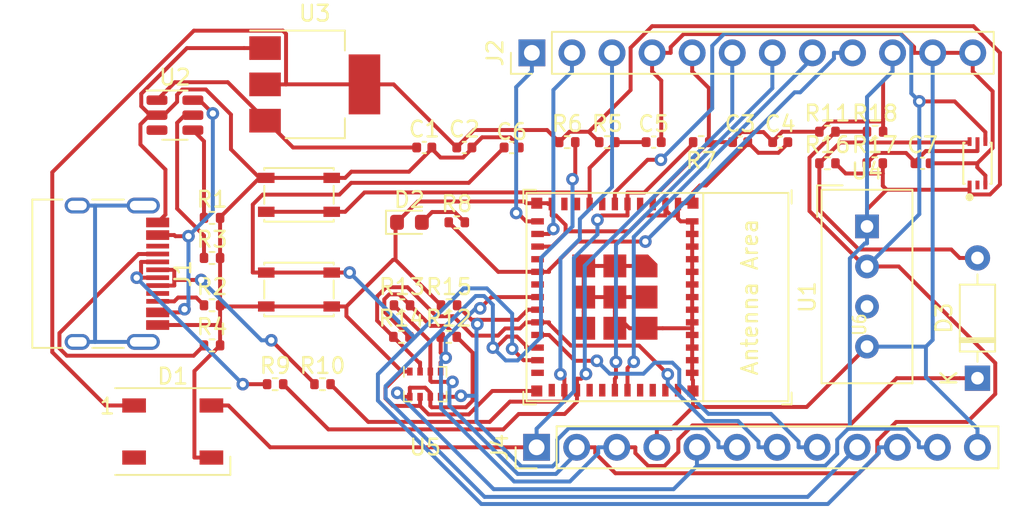
<source format=kicad_pcb>
(kicad_pcb (version 20221018) (generator pcbnew)
  (layers (0 "F.Cu" signal) (31 "B.Cu" signal) (34 "B.Paste" user) (35 "F.Paste" user) (36 "B.SilkS" user "B.Silkscreen") (37 "F.SilkS" user "F.Silkscreen") (38 "B.Mask" user) (39 "F.Mask" user) (44 "Edge.Cuts" user))
  (net 0 "")
  (net 1 "+5V")
  (net 2 "GND")
  (net 3 "3V3")
  (net 4 "Net-(U1-EN{slash}CHIP_PU)")
  (net 5 "IO9_BOOT")
  (net 6 "Net-(U6-DVI)")
  (net 8 "IO2")
  (net 9 "Net-(D2-A)")
  (net 10 "IO4_SCL")
  (net 11 "Net-(D3-A)")
  (net 12 "Net-(U2-VIN)")
  (net 13 "Net-(J1-CC1)")
  (net 14 "USBD+")
  (net 15 "USBD-")
  (net 17 "Net-(J1-CC2)")
  (net 19 "unconnected-(J1-SHIELD-PadS1)")
  (net 20 "IO0")
  (net 21 "IO1")
  (net 22 "IO18")
  (net 23 "IO19")
  (net 24 "IO20_RX")
  (net 25 "IO21_TX")
  (net 26 "IO10")
  (net 27 "IO3_SDA")
  (net 28 "IO5")
  (net 29 "IO6")
  (net 30 "IO7")
  (net 31 "IO8")
  (net 32 "Net-(U2-EN#)")
  (net 33 "Net-(U2-ISET)")
  (footprint "Connector_PinHeader_2.54mm:PinHeader_1x12_P2.54mm_Vertical" (layer "F.Cu") (at 178.06 93 90)
    (fp_text reference "J4")
    (fp_text value "Conn_01x12_Pin" hide)
  )
  (footprint "Resistor_SMD:R_0402_1005Metric" (layer "F.Cu") (at 180 73.66)
    (fp_text reference "R6")
    (fp_text value "10K" hide)
  )
  (footprint "Resistor_SMD:R_0402_1005Metric" (layer "F.Cu") (at 157.49 86.54)
    (fp_text reference "R4")
    (fp_text value "5.1K" hide)
  )
  (footprint "LED_SMD:LED_0603_1608Metric" (layer "F.Cu") (at 170 78.74)
    (fp_text reference "D2")
    (fp_text value "LED")
  )
  (footprint "Resistor_SMD:R_0402_1005Metric" (layer "F.Cu") (at 172.51 84)
    (fp_text reference "R15")
    (fp_text value "10K" hide)
  )
  (footprint "Resistor_SMD:R_0402_1005Metric" (layer "F.Cu") (at 169.49 86)
    (fp_text reference "R14")
    (fp_text value "10K" hide)
  )
  (footprint "Resistor_SMD:R_0402_1005Metric" (layer "F.Cu") (at 172.49 86)
    (fp_text reference "R12")
    (fp_text value "10K" hide)
  )
  (footprint "Resistor_SMD:R_0402_1005Metric" (layer "F.Cu") (at 196.49 75)
    (fp_text reference "R16")
    (fp_text value "10K" hide)
  )
  (footprint "Diode_THT:D_DO-35_SOD27_P7.62mm_Horizontal" (layer "F.Cu") (at 206 88.62 90)
    (fp_text reference "D3")
    (fp_text value "1N4148")
  )
  (footprint "Package_LGA:Bosch_LGA-8_2x2.5mm_P0.65mm_ClockwisePinNumbering" (layer "F.Cu") (at 171 89)
    (fp_text reference "U5")
    (fp_text value "BMP280")
  )
  (footprint "Capacitor_SMD:C_0402_1005Metric" (layer "F.Cu") (at 170.94 74)
    (fp_text reference "C1")
    (fp_text value "10uF" hide)
  )
  (footprint "FlashPCB_Sensors:6-WSOF-BH1750" (layer "F.Cu") (at 206 75 90)
    (fp_text reference "U6")
    (fp_text value "BH1750FVI")
  )
  (footprint "Sensor:Aosong_DHT11_5.5x12.0_P2.54mm" (layer "F.Cu") (at 199 79)
    (fp_text reference "U4")
    (fp_text value "DHT11")
  )
  (footprint "Connector_USB:USB_C_Receptacle_HRO_TYPE-C-31-M-12" (layer "F.Cu") (at 150 82 -90)
    (fp_text reference "J1")
    (fp_text value "USB_C_Receptacle_USB2.0")
  )
  (footprint "Button_Switch_SMD:SW_SPST_PTS810" (layer "F.Cu") (at 163 77)
    (fp_text reference "SW1" hide)
    (fp_text value "RST")
  )
  (footprint "Capacitor_SMD:C_0402_1005Metric" (layer "F.Cu") (at 190.96 73.66)
    (fp_text reference "C3")
    (fp_text value "1uF" hide)
  )
  (footprint "Capacitor_SMD:C_0402_1005Metric" (layer "F.Cu") (at 176.48 74)
    (fp_text reference "C6")
    (fp_text value "1uF" hide)
  )
  (footprint "LED_SMD:LED_WS2812B_PLCC4_5.0x5.0mm_P3.2mm" (layer "F.Cu") (at 155 92)
    (fp_text reference "D1")
    (fp_text value "WS2812B")
  )
  (footprint "Resistor_SMD:R_0402_1005Metric" (layer "F.Cu") (at 157.49 78.46)
    (fp_text reference "R1")
    (fp_text value "10K" hide)
  )
  (footprint "Resistor_SMD:R_0402_1005Metric" (layer "F.Cu") (at 188.49 73.66 180)
    (fp_text reference "R7")
    (fp_text value "10K" hide)
  )
  (footprint "Resistor_SMD:R_0402_1005Metric" (layer "F.Cu") (at 199.51 73)
    (fp_text reference "R18")
    (fp_text value "10K" hide)
  )
  (footprint "Capacitor_SMD:C_0402_1005Metric" (layer "F.Cu") (at 185.48 73.66)
    (fp_text reference "C5")
    (fp_text value "1uF" hide)
  )
  (footprint "PCM_Espressif:ESP32-C3-MINI-1" (layer "F.Cu") (at 185.72 83.48 -90)
    (fp_text reference "U1")
    (fp_text value "ESP32-C3-MINI-1")
  )
  (footprint "Button_Switch_SMD:SW_SPST_PTS810" (layer "F.Cu") (at 163 83)
    (fp_text reference "SW2" hide)
    (fp_text value "BOOT")
  )
  (footprint "Resistor_SMD:R_0402_1005Metric" (layer "F.Cu") (at 182.54 73.66)
    (fp_text reference "R5")
    (fp_text value "10K" hide)
  )
  (footprint "Resistor_SMD:R_0402_1005Metric" (layer "F.Cu") (at 173 78.74)
    (fp_text reference "R8")
    (fp_text value "1K" hide)
  )
  (footprint "Resistor_SMD:R_0402_1005Metric" (layer "F.Cu") (at 164.49 89)
    (fp_text reference "R10")
    (fp_text value "27.4" hide)
  )
  (footprint "Capacitor_SMD:C_0402_1005Metric" (layer "F.Cu") (at 173.48 74)
    (fp_text reference "C2")
    (fp_text value "10uF" hide)
  )
  (footprint "Resistor_SMD:R_0402_1005Metric" (layer "F.Cu") (at 157.49 81)
    (fp_text reference "R3")
    (fp_text value "56K" hide)
  )
  (footprint "Resistor_SMD:R_0402_1005Metric" (layer "F.Cu") (at 199.49 75)
    (fp_text reference "R17")
    (fp_text value "1K" hide)
  )
  (footprint "Package_TO_SOT_SMD:SOT-23-6" (layer "F.Cu") (at 155.1375 71.95)
    (fp_text reference "U2")
    (fp_text value "CH217K")
  )
  (footprint "Resistor_SMD:R_0402_1005Metric" (layer "F.Cu") (at 169.53 84)
    (fp_text reference "R13")
    (fp_text value "10K" hide)
  )
  (footprint "Package_TO_SOT_SMD:SOT-223-3_TabPin2" (layer "F.Cu") (at 164 70)
    (fp_text reference "U3")
    (fp_text value "AMS1117-3.3")
  )
  (footprint "Resistor_SMD:R_0402_1005Metric" (layer "F.Cu") (at 157.49 84)
    (fp_text reference "R2")
    (fp_text value "5.1K" hide)
  )
  (footprint "Resistor_SMD:R_0402_1005Metric" (layer "F.Cu") (at 196.49 73)
    (fp_text reference "R11")
    (fp_text value "5.1K" hide)
  )
  (footprint "Resistor_SMD:R_0402_1005Metric" (layer "F.Cu") (at 161.49 89)
    (fp_text reference "R9")
    (fp_text value "27.4" hide)
  )
  (footprint "Capacitor_SMD:C_0402_1005Metric" (layer "F.Cu") (at 202.52 75)
    (fp_text reference "C7")
    (fp_text value "0.1uF" hide)
  )
  (footprint "Capacitor_SMD:C_0402_1005Metric" (layer "F.Cu") (at 193.5 73.66)
    (fp_text reference "C4")
    (fp_text value "100nF" hide)
  )
  (footprint "Connector_PinHeader_2.54mm:PinHeader_1x12_P2.54mm_Vertical" (layer "F.Cu") (at 177.76 68 90)
    (fp_text reference "J2")
    (fp_text value "Conn_01x12_Pin" hide)
  )
  (segment (start 155.1364 69.8636) (end 154 71) (width 0.25) (layer "F.Cu") (net 1))
  (segment (start 162.6246 74) (end 160.85 72.2254) (width 0.25) (layer "F.Cu") (net 1))
  (segment (start 158.4882 69.8636) (end 155.1364 69.8636) (width 0.25) (layer "F.Cu") (net 1))
  (segment (start 170.46 74) (end 162.6246 74) (width 0.25) (layer "F.Cu") (net 1))
  (segment (start 160.85 72.2254) (end 158.4882 69.8636) (width 0.25) (layer "F.Cu") (net 1))
  (segment (start 160.85 72.3) (end 160.85 72.2254) (width 0.25) (layer "F.Cu") (net 1))
  (segment (start 206.5 75.7731) (end 205.9873 75.2604) (width 0.25) (layer "F.Cu") (net 2))
  (segment (start 174.6071 73.3529) (end 176.3861 73.3529) (width 0.25) (layer "F.Cu") (net 2))
  (segment (start 177.3931 89.43) (end 175.2536 89.43) (width 0.25) (layer "F.Cu") (net 2))
  (segment (start 179.8981 79.3117) (end 179.8981 78.9111) (width 0.25) (layer "F.Cu") (net 2))
  (segment (start 158 85.25) (end 158 84.15) (width 0.25) (layer "F.Cu") (net 2))
  (segment (start 165.9269 75.925) (end 166.3186 75.5333) (width 0.25) (layer "F.Cu") (net 2))
  (segment (start 166.0051 84.682) (end 169.5231 88.2) (width 0.25) (layer "F.Cu") (net 2))
  (segment (start 187.97 89.43) (end 187.97 88.7531) (width 0.25) (layer "F.Cu") (net 2))
  (segment (start 188.7984 76.4042) (end 191.4913 73.7113) (width 0.25) (layer "F.Cu") (net 2))
  (segment (start 153.539 71.95) (end 152.9509 72.5381) (width 0.25) (layer "F.Cu") (net 2))
  (segment (start 160.4991 75.925) (end 158.6886 74.1145) (width 0.25) (layer "F.Cu") (net 2))
  (segment (start 187.97 76.8531) (end 188.4189 76.4042) (width 0.25) (layer "F.Cu") (net 2))
  (segment (start 187.97 89.43) (end 187.97 90.1069) (width 0.25) (layer "F.Cu") (net 2))
  (segment (start 173.96 74) (end 174.6071 73.3529) (width 0.25) (layer "F.Cu") (net 2))
  (segment (start 179.8981 78.9111) (end 179.2939 78.3069) (width 0.25) (layer "F.Cu") (net 2))
  (segment (start 188.4189 76.4042) (end 188.7984 76.4042) (width 0.25) (layer "F.Cu") (net 2))
  (segment (start 166.0051 84.075) (end 168.9609 81.1192) (width 0.25) (layer "F.Cu") (net 2))
  (segment (start 157.0982 70.3217) (end 155.608 70.3217) (width 0.25) (layer "F.Cu") (net 2))
  (segment (start 183.02 81.505) (end 183.9431 81.505) (width 0.25) (layer "F.Cu") (net 2))
  (segment (start 155.276 71.1087) (end 154.4347 71.95) (width 0.25) (layer "F.Cu") (net 2))
  (segment (start 183.02 83.48) (end 183.02 84.4031) (width 0.25) (layer "F.Cu") (net 2))
  (segment (start 153.0045 70.594) (end 155.8985 67.7) (width 0.25) (layer "F.Cu") (net 2))
  (segment (start 178.12 80.28) (end 178.8469 80.28) (width 0.25) (layer "F.Cu") (net 2))
  (segment (start 170.025 88.2) (end 169.5231 88.2) (width 0.25) (layer "F.Cu") (net 2))
  (segment (start 173.3932 74.6374) (end 171.9737 74.6374) (width 0.25) (layer "F.Cu") (net 2))
  (segment (start 155.608 70.3217) (end 155.276 70.6537) (width 0.25) (layer "F.Cu") (net 2))
  (segment (start 183.02 85.455) (end 183.02 84.929) (width 0.25) (layer "F.Cu") (net 2))
  (segment (start 183.02 83.48) (end 183.9431 83.48) (width 0.25) (layer "F.Cu") (net 2))
  (segment (start 154.536 75.3966) (end 154.536 78.259) (width 0.25) (layer "F.Cu") (net 2))
  (segment (start 152.9509 73.8115) (end 154.536 75.3966) (width 0.25) (layer "F.Cu") (net 2))
  (segment (start 179.0362 80.28) (end 179.8981 79.4181) (width 0.25) (layer "F.Cu") (net 2))
  (segment (start 171.42 74.0837) (end 171.42 74) (width 0.25) (layer "F.Cu") (net 2))
  (segment (start 171.213 90.9149) (end 170.675 90.3769) (width 0.25) (layer "F.Cu") (net 2))
  (segment (start 173.96 74.0706) (end 173.3932 74.6374) (width 0.25) (layer "F.Cu") (net 2))
  (segment (start 195.175 90.445) (end 199 86.62) (width 0.25) (layer "F.Cu") (net 2))
  (segment (start 186.5569 67.6342) (end 186.5569 68) (width 0.25) (layer "F.Cu") (net 2))
  (segment (start 191.4913 73.7113) (end 191.44 73.66) (width 0.25) (layer "F.Cu") (net 2))
  (segment (start 154 71.95) (end 153.6143 71.95) (width 0.25) (layer "F.Cu") (net 2))
  (segment (start 154.4347 71.95) (end 154 71.95) (width 0.25) (layer "F.Cu") (net 2))
  (segment (start 205.7 68) (end 203.16 68) (width 0.25) (layer "F.Cu") (net 2))
  (segment (start 187.92 78.68) (end 187.92 79.48) (width 0.25) (layer "F.Cu") (net 2))
  (segment (start 206.9611 74.0262) (end 205.9873 75) (width 0.25) (layer "F.Cu") (net 2))
  (segment (start 187.3792 66.8119) (end 186.5569 67.6342) (width 0.25) (layer "F.Cu") (net 2))
  (segment (start 187.97 90.1069) (end 187.97 90.445) (width 0.25) (layer "F.Cu") (net 2))
  (segment (start 155.276 70.6537) (end 155.276 71.1087) (width 0.25) (layer "F.Cu") (net 2))
  (segment (start 178.07 89.43) (end 177.3931 89.43) (width 0.25) (layer "F.Cu") (net 2))
  (segment (start 205.7 69.1769) (end 206.9611 70.438) (width 0.25) (layer "F.Cu") (net 2))
  (segment (start 187.92 78.68) (end 187.1931 78.68) (width 0.25) (layer "F.Cu") (net 2))
  (segment (start 187.92 85.88) (end 187.92 85.455) (width 0.25) (layer "F.Cu") (net 2))
  (segment (start 179.2939 78.3069) (end 179.02 78.3069) (width 0.25) (layer "F.Cu") (net 2))
  (segment (start 187.92 83.48) (end 187.92 84.28) (width 0.25) (layer "F.Cu") (net 2))
  (segment (start 154.045 85.25) (end 155.0969 85.25) (width 0.25) (layer "F.Cu") (net 2))
  (segment (start 187.92 80.28) (end 187.92 81.08) (width 0.25) (layer "F.Cu") (net 2))
  (segment (start 181.045 83.48) (end 181.045 81.505) (width 0.25) (layer "F.Cu") (net 2))
  (segment (start 187.02 78.5069) (end 187.1931 78.68) (width 0.25) (layer "F.Cu") (net 2))
  (segment (start 187.92 81.08) (end 187.92 81.88) (width 0.25) (layer "F.Cu") (net 2))
  (segment (start 169.9704 75.5333) (end 171.42 74.0837) (width 0.25) (layer "F.Cu") (net 2))
  (segment (start 187.97 90.445) (end 186.5919 91.8231) (width 0.25) (layer "F.Cu") (net 2))
  (segment (start 171.9737 74.6374) (end 171.42 74.0837) (width 0.25) (layer "F.Cu") (net 2))
  (segment (start 187.92 88.7031) (end 187.97 88.7531) (width 0.25) (layer "F.Cu") (net 2))
  (segment (start 184.995 85.455) (end 183.9431 85.455) (width 0.25) (layer "F.Cu") (net 2))
  (segment (start 158 78.46) (end 158 81) (width 0.25) (layer "F.Cu") (net 2))
  (segment (start 193.98 73.66) (end 193.98 73.7401) (width 0.25) (layer "F.Cu") (net 2))
  (segment (start 185.38 68) (end 185.38 69.1769) (width 0.25) (layer "F.Cu") (net 2))
  (segment (start 187.2431 77.58) (end 187.02 77.58) (width 0.25) (layer "F.Cu") (net 2))
  (segment (start 187.97 77.53) (end 187.2931 77.53) (width 0.25) (layer "F.Cu") (net 2))
  (segment (start 187.92 85.455) (end 186.0469 85.455) (width 0.25) (layer "F.Cu") (net 2))
  (segment (start 184.995 85.455) (end 186.0469 85.455) (width 0.25) (layer "F.Cu") (net 2))
  (segment (start 183.4171 84.929) (end 183.9431 85.455) (width 0.25) (layer "F.Cu") (net 2))
  (segment (start 201.9831 67.6322) (end 201.1628 66.8119) (width 0.25) (layer "F.Cu") (net 2))
  (segment (start 165.075 84.075) (end 165.9269 84.075) (width 0.25) (layer "F.Cu") (net 2))
  (segment (start 187.92 84.28) (end 187.92 85.08) (width 0.25) (layer "F.Cu") (net 2))
  (segment (start 160.925 84.075) (end 160.0731 84.075) (width 0.25) (layer "F.Cu") (net 2))
  (segment (start 206.9611 70.438) (end 206.9611 74.0262) (width 0.25) (layer "F.Cu") (net 2))
  (segment (start 170.675 89.8) (end 170.675 90.3769) (width 0.25) (layer "F.Cu") (net 2))
  (segment (start 183.02 81.505) (end 181.9681 81.505) (width 0.25) (layer "F.Cu") (net 2))
  (segment (start 201.1628 66.8119) (end 187.3792 66.8119) (width 0.25) (layer "F.Cu") (net 2))
  (segment (start 187.92 79.48) (end 187.92 80.28) (width 0.25) (layer "F.Cu") (net 2))
  (segment (start 201.9831 68) (end 201.9831 67.6322) (width 0.25) (layer "F.Cu") (net 2))
  (segment (start 178.7969 77.58) (end 178.7469 77.53) (width 0.25) (layer "F.Cu") (net 2))
  (segment (start 160.925 75.925) (end 160.4991 75.925) (width 0.25) (layer "F.Cu") (net 2))
  (segment (start 166.3186 75.5333) (end 169.9704 75.5333) (width 0.25) (layer "F.Cu") (net 2))
  (segment (start 158.075 84.075) (end 158 84) (width 0.25) (layer "F.Cu") (net 2))
  (segment (start 193.3842 74.3359) (end 192.1159 74.3359) (width 0.25) (layer "F.Cu") (net 2))
  (segment (start 205.7 68) (end 205.7 69.1769) (width 0.25) (layer "F.Cu") (net 2))
  (segment (start 186.5835 78.3069) (end 187.02 78.3069) (width 0.25) (layer "F.Cu") (net 2))
  (segment (start 165.075 75.925) (end 165.9269 75.925) (width 0.25) (layer "F.Cu") (net 2))
  (segment (start 158.6886 71.9121) (end 157.0982 70.3217) (width 0.25) (layer "F.Cu") (net 2))
  (segment (start 179.02 77.58) (end 179.02 78.3069) (width 0.25) (layer "F.Cu") (net 2))
  (segment (start 152.9509 72.5381) (end 152.9509 73.8115) (width 0.25) (layer "F.Cu") (net 2))
  (segment (start 183.02 84.929) (end 183.4171 84.929) (width 0.25) (layer "F.Cu") (net 2))
  (segment (start 187.92 87.48) (end 187.92 86.68) (width 0.25) (layer "F.Cu") (net 2))
  (segment (start 187.92 88.28) (end 187.92 88.7031) (width 0.25) (layer "F.Cu") (net 2))
  (segment (start 205.9873 75.2604) (end 205.9873 75) (width 0.25) (layer "F.Cu") (net 2))
  (segment (start 169.5231 88.2) (end 168.4769 89.2462) (width 0.25) (layer "F.Cu") (net 2))
  (segment (start 160.0731 84.075) (end 158.075 84.075) (width 0.25) (layer "F.Cu") (net 2))
  (segment (start 186.22 77.58) (end 186.22 77.9434) (width 0.25) (layer "F.Cu") (net 2))
  (segment (start 185.38 68) (end 186.5569 68) (width 0.25) (layer "F.Cu") (net 2))
  (segment (start 181.045 83.48) (end 183.02 83.48) (width 0.25) (layer "F.Cu") (net 2))
  (segment (start 168.4769 89.8962) (end 168.9576 90.3769) (width 0.25) (layer "F.Cu") (net 2))
  (segment (start 158 81) (end 158 84) (width 0.25) (layer "F.Cu") (net 2))
  (segment (start 168.9576 90.3769) (end 170.675 90.3769) (width 0.25) (layer "F.Cu") (net 2))
  (segment (start 173.96 74) (end 173.96 74.0706) (width 0.25) (layer "F.Cu") (net 2))
  (segment (start 184.995 81.505) (end 183.9431 81.505) (width 0.25) (layer "F.Cu") (net 2))
  (segment (start 158 78.4241) (end 158 78.46) (width 0.25) (layer "F.Cu") (net 2))
  (segment (start 169.1192 81.1192) (end 172 84) (width 0.25) (layer "F.Cu") (net 2))
  (segment (start 173.7687 90.9149) (end 171.213 90.9149) (width 0.25) (layer "F.Cu") (net 2))
  (segment (start 175.2536 89.43) (end 173.7687 90.9149) (width 0.25) (layer "F.Cu") (net 2))
  (segment (start 187.2931 77.53) (end 187.2431 77.58) (width 0.25) (layer "F.Cu") (net 2))
  (segment (start 187.92 87.48) (end 187.92 88.28) (width 0.25) (layer "F.Cu") (net 2))
  (segment (start 156.3731 88.1669) (end 158 86.54) (width 0.25) (layer "F.Cu") (net 2))
  (segment (start 154.536 78.259) (end 154.045 78.75) (width 0.25) (layer "F.Cu") (net 2))
  (segment (start 186.22 77.9434) (end 186.5835 78.3069) (width 0.25) (layer "F.Cu") (net 2))
  (segment (start 179.02 77.58) (end 178.7969 77.58) (width 0.25) (layer "F.Cu") (net 2))
  (segment (start 184.995 83.48) (end 183.9431 83.48) (width 0.25) (layer "F.Cu") (net 2))
  (segment (start 177.284 77.4209) (end 170.5316 77.4209) (width 0.25) (layer "F.Cu") (net 2))
  (segment (start 178.07 77.53) (end 177.3931 77.53) (width 0.25) (layer "F.Cu") (net 2))
  (segment (start 157.45 93.65) (end 156.3731 93.65) (width 0.25) (layer "F.Cu") (net 2))
  (segment (start 192.1159 74.3359) (end 191.4913 73.7113) (width 0.25) (layer "F.Cu") (net 2))
  (segment (start 156.3731 93.65) (end 156.3731 88.1669) (width 0.25) (layer "F.Cu") (net 2))
  (segment (start 184.9368 78.3069) (end 186.22 78.3069) (width 0.25) (layer "F.Cu") (net 2))
  (segment (start 160.85 67.7) (end 159.5231 67.7) (width 0.25) (layer "F.Cu") (net 2))
  (segment (start 158.6886 74.1145) (end 158.6886 71.9121) (width 0.25) (layer "F.Cu") (net 2))
  (segment (start 153.6143 71.95) (end 153.539 71.95) (width 0.25) (layer "F.Cu") (net 2))
  (segment (start 158 86.54) (end 158 85.25) (width 0.25) (layer "F.Cu") (net 2))
  (segment (start 176.3861 73.3529) (end 176.96 73.9268) (width 0.25) (layer "F.Cu") (net 2))
  (segment (start 187.97 90.445) (end 195.175 90.445) (width 0.25) (layer "F.Cu") (net 2))
  (segment (start 206.5 76.375) (end 206.5 75.7731) (width 0.25) (layer "F.Cu") (net 2))
  (segment (start 177.3931 77.53) (end 177.284 77.4209) (width 0.25) (layer "F.Cu") (net 2))
  (segment (start 183.932 79.3117) (end 184.9368 78.3069) (width 0.25) (layer "F.Cu") (net 2))
  (segment (start 165.075 75.925) (end 160.925 75.925) (width 0.25) (layer "F.Cu") (net 2))
  (segment (start 181.045 83.48) (end 181.045 84.4031) (width 0.25) (layer "F.Cu") (net 2))
  (segment (start 155.8985 67.7) (end 159.5231 67.7) (width 0.25) (layer "F.Cu") (net 2))
  (segment (start 176.96 73.9268) (end 176.96 74) (width 0.25) (layer "F.Cu") (net 2))
  (segment (start 185.96 69.7569) (end 185.96 73.66) (width 0.25) (layer "F.Cu") (net 2))
  (segment (start 181.045 85.455) (end 181.045 84.4031) (width 0.25) (layer "F.Cu") (net 2))
  (segment (start 187.92 82.68) (end 187.92 83.48) (width 0.25) (layer "F.Cu") (net 2))
  (segment (start 203 75) (end 205.9873 75) (width 0.25) (layer "F.Cu") (net 2))
  (segment (start 170.5316 77.4209) (end 169.2125 78.74) (width 0.25) (layer "F.Cu") (net 2))
  (segment (start 187.92 81.88) (end 187.92 82.68) (width 0.25) (layer "F.Cu") (net 2))
  (segment (start 168.4769 89.2462) (end 168.4769 89.8962) (width 0.25) (layer "F.Cu") (net 2))
  (segment (start 153.6143 71.95) (end 153.5709 71.95) (width 0.25) (layer "F.Cu") (net 2))
  (segment (start 158 84.15) (end 158.075 84.075) (width 0.25) (layer "F.Cu") (net 2))
  (segment (start 203.16 68) (end 201.9831 68) (width 0.25) (layer "F.Cu") (net 2))
  (segment (start 155.0969 85.25) (end 158 85.25) (width 0.25) (layer "F.Cu") (net 2))
  (segment (start 166.0051 84.075) (end 166.0051 84.682) (width 0.25) (layer "F.Cu") (net 2))
  (segment (start 181.045 81.505) (end 181.9681 81.505) (width 0.25) (layer "F.Cu") (net 2))
  (segment (start 187.02 78.3069) (end 187.02 78.5069) (width 0.25) (layer "F.Cu") (net 2))
  (segment (start 183.02 84.929) (end 183.02 84.4031) (width 0.25) (layer "F.Cu") (net 2))
  (segment (start 187.92 85.455) (end 187.92 85.08) (width 0.25) (layer "F.Cu") (net 2))
  (segment (start 186.22 77.9434) (end 186.22 78.3069) (width 0.25) (layer "F.Cu") (net 2))
  (segment (start 186.5919 91.8231) (end 185.68 91.8231) (width 0.25) (layer "F.Cu") (net 2))
  (segment (start 179.8981 79.3117) (end 183.932 79.3117) (width 0.25) (layer "F.Cu") (net 2))
  (segment (start 178.07 77.53) (end 178.7469 77.53) (width 0.25) (layer "F.Cu") (net 2))
  (segment (start 187.97 77.53) (end 187.97 76.8531) (width 0.25) (layer "F.Cu") (net 2))
  (segment (start 193.98 73.7401) (end 193.3842 74.3359) (width 0.25) (layer "F.Cu") (net 2))
  (segment (start 169.1192 78.8333) (end 169.2125 78.74) (width 0.25) (layer "F.Cu") (net 2))
  (segment (start 179.8981 79.4181) (end 179.8981 79.3117) (width 0.25) (layer "F.Cu") (net 2))
  (segment (start 153.0045 71.3836) (end 153.0045 70.594) (width 0.25) (layer "F.Cu") (net 2))
  (segment (start 178.8469 80.28) (end 179.0362 80.28) (width 0.25) (layer "F.Cu") (net 2))
  (segment (start 160.4991 75.925) (end 158 78.4241) (width 0.25) (layer "F.Cu") (net 2))
  (segment (start 165.075 84.075) (end 160.925 84.075) (width 0.25) (layer "F.Cu") (net 2))
  (segment (start 165.9269 84.075) (end 166.0051 84.075) (width 0.25) (layer "F.Cu") (net 2))
  (segment (start 168.9609 81.1192) (end 169.1192 81.1192) (width 0.25) (layer "F.Cu") (net 2))
  (segment (start 187.92 86.68) (end 187.92 85.88) (width 0.25) (layer "F.Cu") (net 2))
  (segment (start 187.02 77.58) (end 187.02 78.3069) (width 0.25) (layer "F.Cu") (net 2))
  (segment (start 169.1192 81.1192) (end 169.1192 78.8333) (width 0.25) (layer "F.Cu") (net 2))
  (segment (start 185.38 69.1769) (end 185.96 69.7569) (width 0.25) (layer "F.Cu") (net 2))
  (segment (start 185.68 93) (end 185.68 91.8231) (width 0.25) (layer "F.Cu") (net 2))
  (segment (start 153.5709 71.95) (end 153.0045 71.3836) (width 0.25) (layer "F.Cu") (net 2))
  (segment (start 206 93) (end 206 91.8231) (width 0.25) (layer "B.Cu") (net 2))
  (segment (start 202.733 86.62) (end 199 86.62) (width 0.25) (layer "B.Cu") (net 2))
  (segment (start 202.733 88.5561) (end 206 91.8231) (width 0.25) (layer "B.Cu") (net 2))
  (segment (start 202.733 86.62) (end 202.733 88.5561) (width 0.25) (layer "B.Cu") (net 2))
  (segment (start 203.16 86.193) (end 202.733 86.62) (width 0.25) (layer "B.Cu") (net 2))
  (segment (start 203.16 68) (end 203.16 86.193) (width 0.25) (layer "B.Cu") (net 2))
  (segment (start 178.7225 72.8925) (end 174.0872 72.8925) (width 0.25) (layer "F.Cu") (net 3))
  (segment (start 187.92 68) (end 187.92 69.1769) (width 0.25) (layer "F.Cu") (net 3))
  (segment (start 169.2711 89.548) (end 169.5231 89.8) (width 0.25) (layer "F.Cu") (net 3))
  (segment (start 207.4243 67.9902) (end 207.4243 76.3455) (width 0.25) (layer "F.Cu") (net 3))
  (segment (start 168.4079 84.4079) (end 168.4079 83.6193) (width 0.25) (layer "F.Cu") (net 3))
  (segment (start 167.15 69.9971) (end 162.1798 69.9971) (width 0.25) (layer "F.Cu") (net 3))
  (segment (start 200 75) (end 200 75.6474) (width 0.25) (layer "F.Cu") (net 3))
  (segment (start 180.1477 73.0023) (end 181.3723 73.0023) (width 0.25) (layer "F.Cu") (net 3))
  (segment (start 167.15 70) (end 167.15 69.9985) (width 0.25) (layer "F.Cu") (net 3))
  (segment (start 205.5 76.6759) (end 200.2472 76.6759) (width 0.25) (layer "F.Cu") (net 3))
  (segment (start 162.1798 66.7956) (end 161.9799 66.5957) (width 0.25) (layer "F.Cu") (net 3))
  (segment (start 170 86) (end 168.4079 84.4079) (width 0.25) (layer "F.Cu") (net 3))
  (segment (start 169.2297 89.548) (end 169.2711 89.548) (width 0.25) (layer "F.Cu") (net 3))
  (segment (start 168.9985 69.9985) (end 173 74) (width 0.25) (layer "F.Cu") (net 3))
  (segment (start 197.6474 75.6474) (end 200 75.6474) (width 0.25) (layer "F.Cu") (net 3))
  (segment (start 200.02 72.3526) (end 200.02 73) (width 0.25) (layer "F.Cu") (net 3))
  (segment (start 181.3723 73.0023) (end 182.03 73.66) (width 0.25) (layer "F.Cu") (net 3))
  (segment (start 171.325 89.8) (end 171.325 90.3769) (width 0.25) (layer "F.Cu") (net 3))
  (segment (start 170.025 89.8) (end 169.5231 89.8) (width 0.25) (layer "F.Cu") (net 3))
  (segment (start 195.98 73) (end 196.6274 72.3526) (width 0.25) (layer "F.Cu") (net 3))
  (segment (start 205.7458 66.3117) (end 207.4243 67.9902) (width 0.25) (layer "F.Cu") (net 3))
  (segment (start 206.7929 76.9769) (end 205.5 76.9769) (width 0.25) (layer "F.Cu") (net 3))
  (segment (start 188.9759 73.66) (end 188.9759 70.2328) (width 0.25) (layer "F.Cu") (net 3))
  (segment (start 161.9799 66.5957) (end 156.3386 66.5957) (width 0.25) (layer "F.Cu") (net 3))
  (segment (start 190.48 73.5802) (end 191.0376 73.0226) (width 0.25) (layer "F.Cu") (net 3))
  (segment (start 191.0376 73.0226) (end 192.4361 73.0226) (width 0.25) (layer "F.Cu") (net 3))
  (segment (start 169.348 83.308) (end 170.04 84) (width 0.25) (layer "F.Cu") (net 3))
  (segment (start 171.0035 89.2231) (end 171.325 89.5446) (width 0.25) (layer "F.Cu") (net 3))
  (segment (start 156.3386 66.5957) (end 147.365 75.5693) (width 0.25) (layer "F.Cu") (net 3))
  (segment (start 168.4079 83.6193) (end 168.7192 83.308) (width 0.25) (layer "F.Cu") (net 3))
  (segment (start 184.0169 70.3577) (end 184.0169 67.6769) (width 0.25) (layer "F.Cu") (net 3))
  (segment (start 185.3821 66.3117) (end 205.7458 66.3117) (width 0.25) (layer "F.Cu") (net 3))
  (segment (start 170.04 84) (end 171.3437 85.3037) (width 0.25) (layer "F.Cu") (net 3))
  (segment (start 174.0019 87.0019) (end 174.0019 90.0425) (width 0.25) (layer "F.Cu") (net 3))
  (segment (start 193.02 73.6065) (end 193.02 73.66) (width 0.25) (layer "F.Cu") (net 3))
  (segment (start 160.85 70) (end 162.1769 70) (width 0.25) (layer "F.Cu") (net 3))
  (segment (start 173.5814 90.463) (end 171.4111 90.463) (width 0.25) (layer "F.Cu") (net 3))
  (segment (start 196.6274 72.3526) (end 200.02 72.3526) (width 0.25) (layer "F.Cu") (net 3))
  (segment (start 200.2472 76.6759) (end 199 77.9231) (width 0.25) (layer "F.Cu") (net 3))
  (segment (start 189 73.66) (end 190.48 73.66) (width 0.25) (layer "F.Cu") (net 3))
  (segment (start 179.49 73.66) (end 180.1477 73.0023) (width 0.25) (layer "F.Cu") (net 3))
  (segment (start 174.0019 90.0425) (end 173.5814 90.463) (width 0.25) (layer "F.Cu") (net 3))
  (segment (start 192.4361 73.0226) (end 193.02 73.6065) (width 0.25) (layer "F.Cu") (net 3))
  (segment (start 199 79) (end 199 77.9231) (width 0.25) (layer "F.Cu") (net 3))
  (segment (start 167.15 69.9985) (end 168.9985 69.9985) (width 0.25) (layer "F.Cu") (net 3))
  (segment (start 147.365 75.5693) (end 147.365 86.969) (width 0.25) (layer "F.Cu") (net 3))
  (segment (start 171.325 89.5446) (end 171.325 89.8) (width 0.25) (layer "F.Cu") (net 3))
  (segment (start 200 76.4287) (end 200.2472 76.6759) (width 0.25) (layer "F.Cu") (net 3))
  (segment (start 168.7192 83.308) (end 169.348 83.308) (width 0.25) (layer "F.Cu") (net 3))
  (segment (start 170.025 89.2231) (end 171.0035 89.2231) (width 0.25) (layer "F.Cu") (net 3))
  (segment (start 197 75) (end 197.6474 75.6474) (width 0.25) (layer "F.Cu") (net 3))
  (segment (start 200.02 69.7769) (end 200.02 72.3526) (width 0.25) (layer "F.Cu") (net 3))
  (segment (start 185.42 77.58) (end 185.42 77.2159) (width 0.25) (layer "F.Cu") (net 3))
  (segment (start 171.3437 85.3037) (end 172.3037 85.3037) (width 0.25) (layer "F.Cu") (net 3))
  (segment (start 162.1798 69.9971) (end 162.1798 66.7956) (width 0.25) (layer "F.Cu") (net 3))
  (segment (start 172.3037 85.3037) (end 173 86) (width 0.25) (layer "F.Cu") (net 3))
  (segment (start 170.025 89.8) (end 170.025 89.2231) (width 0.25) (layer "F.Cu") (net 3))
  (segment (start 150.746 90.35) (end 152.55 90.35) (width 0.25) (layer "F.Cu") (net 3))
  (segment (start 205.5 76.6759) (end 205.5 76.9769) (width 0.25) (layer "F.Cu") (net 3))
  (segment (start 207.4243 76.3455) (end 206.7929 76.9769) (width 0.25) (layer "F.Cu") (net 3))
  (segment (start 162.1798 69.9971) (end 162.1769 70) (width 0.25) (layer "F.Cu") (net 3))
  (segment (start 181.3723 73.0023) (end 184.0169 70.3577) (width 0.25) (layer "F.Cu") (net 3))
  (segment (start 147.365 86.969) (end 150.746 90.35) (width 0.25) (layer "F.Cu") (net 3))
  (segment (start 188.9759 73.66) (end 189 73.66) (width 0.25) (layer "F.Cu") (net 3))
  (segment (start 167.15 69.9985) (end 167.15 69.9971) (width 0.25) (layer "F.Cu") (net 3))
  (segment (start 205.5 76.375) (end 205.5 76.6759) (width 0.25) (layer "F.Cu") (net 3))
  (segment (start 173 73.9797) (end 173 74) (width 0.25) (layer "F.Cu") (net 3))
  (segment (start 171.4111 90.463) (end 171.325 90.3769) (width 0.25) (layer "F.Cu") (net 3))
  (segment (start 184.0169 67.6769) (end 185.3821 66.3117) (width 0.25) (layer "F.Cu") (net 3))
  (segment (start 200.62 68) (end 200.62 69.1769) (width 0.25) (layer "F.Cu") (net 3))
  (segment (start 179.49 73.66) (end 178.7225 72.8925) (width 0.25) (layer "F.Cu") (net 3))
  (segment (start 174.0872 72.8925) (end 173 73.9797) (width 0.25) (layer "F.Cu") (net 3))
  (segment (start 195.98 73) (end 193.6265 73) (width 0.25) (layer "F.Cu") (net 3))
  (segment (start 200.62 69.1769) (end 200.02 69.7769) (width 0.25) (layer "F.Cu") (net 3))
  (segment (start 188.9759 70.2328) (end 187.92 69.1769) (width 0.25) (layer "F.Cu") (net 3))
  (segment (start 200 75.6474) (end 200 76.4287) (width 0.25) (layer "F.Cu") (net 3))
  (segment (start 185.42 77.2159) (end 188.9759 73.66) (width 0.25) (layer "F.Cu") (net 3))
  (segment (start 190.48 73.66) (end 190.48 73.5802) (width 0.25) (layer "F.Cu") (net 3))
  (segment (start 173 86) (end 174.0019 87.0019) (width 0.25) (layer "F.Cu") (net 3))
  (segment (start 193.6265 73) (end 193.02 73.6065) (width 0.25) (layer "F.Cu") (net 3))
  (via (at 169.2297 89.548) (size 0.8) (drill 0.4) (layers "F.Cu" "B.Cu") (net 3))
  (segment (start 199 79) (end 199 80.0769) (width 0.25) (layer "B.Cu") (net 3))
  (segment (start 197.9116 91.8231) (end 197.9116 81.0307) (width 0.25) (layer "B.Cu") (net 3))
  (segment (start 197.9116 91.8231) (end 201.472 91.8231) (width 0.25) (layer "B.Cu") (net 3))
  (segment (start 199 79) (end 199 70.7969) (width 0.25) (layer "B.Cu") (net 3))
  (segment (start 186.7424 95.6545) (end 188.22 94.1769) (width 0.25) (layer "B.Cu") (net 3))
  (segment (start 188.22 94.1769) (end 196.3425 94.1769) (width 0.25) (layer "B.Cu") (net 3))
  (segment (start 175.3362 95.6545) (end 186.7424 95.6545) (width 0.25) (layer "B.Cu") (net 3))
  (segment (start 201.472 91.8231) (end 202.2831 92.6342) (width 0.25) (layer "B.Cu") (net 3))
  (segment (start 199 70.7969) (end 200.62 69.1769) (width 0.25) (layer "B.Cu") (net 3))
  (segment (start 196.3425 94.1769) (end 197.11 93.4094) (width 0.25) (layer "B.Cu") (net 3))
  (segment (start 188.22 93) (end 188.22 94.1769) (width 0.25) (layer "B.Cu") (net 3))
  (segment (start 202.2831 92.6342) (end 202.2831 93) (width 0.25) (layer "B.Cu") (net 3))
  (segment (start 203.46 93) (end 202.2831 93) (width 0.25) (layer "B.Cu") (net 3))
  (segment (start 169.2297 89.548) (end 175.3362 95.6545) (width 0.25) (layer "B.Cu") (net 3))
  (segment (start 197.11 93.4094) (end 197.11 92.5146) (width 0.25) (layer "B.Cu") (net 3))
  (segment (start 197.11 92.5146) (end 197.8015 91.8231) (width 0.25) (layer "B.Cu") (net 3))
  (segment (start 197.9116 81.0307) (end 198.8654 80.0769) (width 0.25) (layer "B.Cu") (net 3))
  (segment (start 200.62 68) (end 200.62 69.1769) (width 0.25) (layer "B.Cu") (net 3))
  (segment (start 197.8015 91.8231) (end 197.9116 91.8231) (width 0.25) (layer "B.Cu") (net 3))
  (segment (start 198.8654 80.0769) (end 199 80.0769) (width 0.25) (layer "B.Cu") (net 3))
  (segment (start 165.9269 78.075) (end 167.1542 76.8477) (width 0.25) (layer "F.Cu") (net 4))
  (segment (start 181.42 76.8477) (end 181.42 77.58) (width 0.25) (layer "F.Cu") (net 4))
  (segment (start 165.075 78.075) (end 165.9269 78.075) (width 0.25) (layer "F.Cu") (net 4))
  (segment (start 160.925 78.075) (end 165.075 78.075) (width 0.25) (layer "F.Cu") (net 4))
  (segment (start 181.42 76.8477) (end 181.42 75.29) (width 0.25) (layer "F.Cu") (net 4))
  (segment (start 167.1542 76.8477) (end 181.42 76.8477) (width 0.25) (layer "F.Cu") (net 4))
  (segment (start 181.42 75.29) (end 183.05 73.66) (width 0.25) (layer "F.Cu") (net 4))
  (segment (start 183.05 73.66) (end 185 73.66) (width 0.25) (layer "F.Cu") (net 4))
  (segment (start 160.0731 77.6146) (end 160.0731 81.925) (width 0.25) (layer "F.Cu") (net 5))
  (segment (start 160.7013 76.9864) (end 160.0731 77.6146) (width 0.25) (layer "F.Cu") (net 5))
  (segment (start 176 74) (end 173.7611 76.2389) (width 0.25) (layer "F.Cu") (net 5))
  (segment (start 165.075 81.925) (end 165.9269 81.925) (width 0.25) (layer "F.Cu") (net 5))
  (segment (start 165.9269 81.925) (end 166.2101 81.925) (width 0.25) (layer "F.Cu") (net 5))
  (segment (start 160.925 81.925) (end 160.0731 81.925) (width 0.25) (layer "F.Cu") (net 5))
  (segment (start 166.3091 76.2389) (end 165.5616 76.9864) (width 0.25) (layer "F.Cu") (net 5))
  (segment (start 173.7611 76.2389) (end 166.3091 76.2389) (width 0.25) (layer "F.Cu") (net 5))
  (segment (start 177.2345 87.48) (end 176.5098 86.7553) (width 0.25) (layer "F.Cu") (net 5))
  (segment (start 165.5616 76.9864) (end 160.7013 76.9864) (width 0.25) (layer "F.Cu") (net 5))
  (segment (start 165.075 81.925) (end 160.925 81.925) (width 0.25) (layer "F.Cu") (net 5))
  (segment (start 178.12 87.48) (end 177.2345 87.48) (width 0.25) (layer "F.Cu") (net 5))
  (via (at 166.2101 81.925) (size 0.8) (drill 0.4) (layers "F.Cu" "B.Cu") (net 5))
  (via (at 176.5098 86.7553) (size 0.8) (drill 0.4) (layers "F.Cu" "B.Cu") (net 5))
  (segment (start 174.5579 96.5943) (end 196.5146 96.5943) (width 0.25) (layer "B.Cu") (net 5))
  (segment (start 196.5146 96.5943) (end 199.7431 93.3658) (width 0.25) (layer "B.Cu") (net 5))
  (segment (start 199.7431 93.3658) (end 199.7431 93) (width 0.25) (layer "B.Cu") (net 5))
  (segment (start 168.0016 90.038) (end 174.5579 96.5943) (width 0.25) (layer "B.Cu") (net 5))
  (segment (start 176.5098 84.5315) (end 176.5098 86.7553) (width 0.25) (layer "B.Cu") (net 5))
  (segment (start 166.2101 81.925) (end 170.3267 86.0416) (width 0.25) (layer "B.Cu") (net 5))
  (segment (start 174.9056 82.9273) (end 176.5098 84.5315) (width 0.25) (layer "B.Cu") (net 5))
  (segment (start 170.3267 86.0416) (end 168.0016 88.3667) (width 0.25) (layer "B.Cu") (net 5))
  (segment (start 173.441 82.9273) (end 174.9056 82.9273) (width 0.25) (layer "B.Cu") (net 5))
  (segment (start 168.0016 88.3667) (end 168.0016 90.038) (width 0.25) (layer "B.Cu") (net 5))
  (segment (start 170.3267 86.0416) (end 173.441 82.9273) (width 0.25) (layer "B.Cu") (net 5))
  (segment (start 200.92 93) (end 199.7431 93) (width 0.25) (layer "B.Cu") (net 5))
  (segment (start 199.6355 74.3445) (end 201.4733 74.3445) (width 0.25) (layer "F.Cu") (net 6))
  (segment (start 198.98 75) (end 199.6355 74.3445) (width 0.25) (layer "F.Cu") (net 6))
  (segment (start 202.7243 74.2269) (end 202.04 74.9112) (width 0.25) (layer "F.Cu") (net 6))
  (segment (start 206 73.625) (end 206 74.2269) (width 0.25) (layer "F.Cu") (net 6))
  (segment (start 206 74.2269) (end 202.7243 74.2269) (width 0.25) (layer "F.Cu") (net 6))
  (segment (start 202.04 74.9112) (end 202.04 75) (width 0.25) (layer "F.Cu") (net 6))
  (segment (start 201.4733 74.3445) (end 202.04 74.9112) (width 0.25) (layer "F.Cu") (net 6))
  (segment (start 178.06 93) (end 161.1769 93) (width 0.25) (layer "F.Cu") (net 8))
  (segment (start 187.98 73.761) (end 187.98 73.66) (width 0.25) (layer "F.Cu") (net 8))
  (segment (start 183.82 76.8531) (end 184.8879 76.8531) (width 0.25) (layer "F.Cu") (net 8))
  (segment (start 157.45 90.35) (end 158.5269 90.35) (width 0.25) (layer "F.Cu") (net 8))
  (segment (start 183.82 77.3299) (end 183.82 76.8531) (width 0.25) (layer "F.Cu") (net 8))
  (segment (start 184.8879 76.8531) (end 187.98 73.761) (width 0.25) (layer "F.Cu") (net 8))
  (segment (start 183.82 77.58) (end 183.82 78.3069) (width 0.25) (layer "F.Cu") (net 8))
  (segment (start 161.1769 93) (end 158.5269 90.35) (width 0.25) (layer "F.Cu") (net 8))
  (segment (start 182.1926 78.3069) (end 181.9147 78.5848) (width 0.25) (layer "F.Cu") (net 8))
  (segment (start 183.82 77.3299) (end 183.82 77.58) (width 0.25) (layer "F.Cu") (net 8))
  (segment (start 183.82 78.3069) (end 182.1926 78.3069) (width 0.25) (layer "F.Cu") (net 8))
  (via (at 181.9147 78.5848) (size 0.8) (drill 0.4) (layers "F.Cu" "B.Cu") (net 8))
  (segment (start 180.4236 89.4595) (end 180.4236 80.9961) (width 0.25) (layer "B.Cu") (net 8))
  (segment (start 180.4236 80.9961) (end 181.9147 79.505) (width 0.25) (layer "B.Cu") (net 8))
  (segment (start 178.06 93) (end 178.06 91.8231) (width 0.25) (layer "B.Cu") (net 8))
  (segment (start 178.06 91.8231) (end 180.4236 89.4595) (width 0.25) (layer "B.Cu") (net 8))
  (segment (start 181.9147 79.505) (end 181.9147 78.5848) (width 0.25) (layer "B.Cu") (net 8))
  (segment (start 172.8602 78.0902) (end 173.51 78.74) (width 0.25) (layer "F.Cu") (net 9))
  (segment (start 171.4373 78.0902) (end 172.8602 78.0902) (width 0.25) (layer "F.Cu") (net 9))
  (segment (start 170.7875 78.74) (end 171.4373 78.0902) (width 0.25) (layer "F.Cu") (net 9))
  (segment (start 171.996 87.6231) (end 172.2964 87.3227) (width 0.25) (layer "F.Cu") (net 10))
  (segment (start 175.1947 83.48) (end 174.4815 84.1932) (width 0.25) (layer "F.Cu") (net 10))
  (segment (start 178.12 83.48) (end 175.1947 83.48) (width 0.25) (layer "F.Cu") (net 10))
  (segment (start 184.3169 93.3678) (end 184.3169 93) (width 0.25) (layer "F.Cu") (net 10))
  (segment (start 171.975 87.6231) (end 171.996 87.6231) (width 0.25) (layer "F.Cu") (net 10))
  (segment (start 187.9423 91.6113) (end 187.0431 92.5105) (width 0.25) (layer "F.Cu") (net 10))
  (segment (start 200.8878 88.62) (end 197.8965 91.6113) (width 0.25) (layer "F.Cu") (net 10))
  (segment (start 197.8965 91.6113) (end 187.9423 91.6113) (width 0.25) (layer "F.Cu") (net 10))
  (segment (start 206 88.62) (end 204.8731 88.62) (width 0.25) (layer "F.Cu") (net 10))
  (segment (start 187.0431 92.5105) (end 187.0431 93.3028) (width 0.25) (layer "F.Cu") (net 10))
  (segment (start 186.1619 94.184) (end 185.1331 94.184) (width 0.25) (layer "F.Cu") (net 10))
  (segment (start 171.98 87.0063) (end 171.98 86) (width 0.25) (layer "F.Cu") (net 10))
  (segment (start 204.8731 88.62) (end 200.8878 88.62) (width 0.25) (layer "F.Cu") (net 10))
  (segment (start 183.14 93) (end 184.3169 93) (width 0.25) (layer "F.Cu") (net 10))
  (segment (start 171.975 88.2) (end 171.975 87.6231) (width 0.25) (layer "F.Cu") (net 10))
  (segment (start 172.2964 87.3227) (end 171.98 87.0063) (width 0.25) (layer "F.Cu") (net 10))
  (segment (start 185.1331 94.184) (end 184.3169 93.3678) (width 0.25) (layer "F.Cu") (net 10))
  (segment (start 187.0431 93.3028) (end 186.1619 94.184) (width 0.25) (layer "F.Cu") (net 10))
  (via (at 174.4815 84.1932) (size 0.8) (drill 0.4) (layers "F.Cu" "B.Cu") (net 10))
  (via (at 172.2964 87.3227) (size 0.8) (drill 0.4) (layers "F.Cu" "B.Cu") (net 10))
  (segment (start 172.2964 87.3227) (end 172.2964 86.0975) (width 0.25) (layer "B.Cu") (net 10))
  (segment (start 174.2007 84.1932) (end 174.4815 84.1932) (width 0.25) (layer "B.Cu") (net 10))
  (segment (start 172.0004 87.6187) (end 172.0004 90.5291) (width 0.25) (layer "B.Cu") (net 10))
  (segment (start 172.2964 86.0975) (end 174.2007 84.1932) (width 0.25) (layer "B.Cu") (net 10))
  (segment (start 180.1683 95.1668) (end 181.9631 93.372) (width 0.25) (layer "B.Cu") (net 10))
  (segment (start 176.6381 95.1668) (end 180.1683 95.1668) (width 0.25) (layer "B.Cu") (net 10))
  (segment (start 172.2964 87.3227) (end 172.0004 87.6187) (width 0.25) (layer "B.Cu") (net 10))
  (segment (start 172.0004 90.5291) (end 176.6381 95.1668) (width 0.25) (layer "B.Cu") (net 10))
  (segment (start 183.14 93) (end 181.9631 93) (width 0.25) (layer "B.Cu") (net 10))
  (segment (start 181.9631 93.372) (end 181.9631 93) (width 0.25) (layer "B.Cu") (net 10))
  (segment (start 195.98 77.9628) (end 195.98 75) (width 0.25) (layer "F.Cu") (net 11))
  (segment (start 204.3362 80.4631) (end 198.4803 80.4631) (width 0.25) (layer "F.Cu") (net 11))
  (segment (start 206 81) (end 204.8731 81) (width 0.25) (layer "F.Cu") (net 11))
  (segment (start 197.2994 73.6806) (end 195.98 75) (width 0.25) (layer "F.Cu") (net 11))
  (segment (start 204.8731 81) (end 204.3362 80.4631) (width 0.25) (layer "F.Cu") (net 11))
  (segment (start 205.5 73.625) (end 205.4444 73.6806) (width 0.25) (layer "F.Cu") (net 11))
  (segment (start 198.4803 80.4631) (end 195.98 77.9628) (width 0.25) (layer "F.Cu") (net 11))
  (segment (start 205.4444 73.6806) (end 197.2994 73.6806) (width 0.25) (layer "F.Cu") (net 11))
  (segment (start 155.5439 84.45) (end 154.045 84.45) (width 0.25) (layer "F.Cu") (net 12))
  (segment (start 155.1676 79.6207) (end 155.0969 79.55) (width 0.25) (layer "F.Cu") (net 12))
  (segment (start 155.7438 84.2501) (end 155.5439 84.45) (width 0.25) (layer "F.Cu") (net 12))
  (segment (start 155.9959 79.6207) (end 155.1676 79.6207) (width 0.25) (layer "F.Cu") (net 12))
  (segment (start 156.698 71) (end 157.5403 71.8423) (width 0.25) (layer "F.Cu") (net 12))
  (segment (start 156.275 71) (end 156.698 71) (width 0.25) (layer "F.Cu") (net 12))
  (segment (start 154.045 79.55) (end 155.0969 79.55) (width 0.25) (layer "F.Cu") (net 12))
  (via (at 155.9959 79.6207) (size 0.8) (drill 0.4) (layers "F.Cu" "B.Cu") (net 12))
  (via (at 155.7438 84.2501) (size 0.8) (drill 0.4) (layers "F.Cu" "B.Cu") (net 12))
  (via (at 157.5403 71.8423) (size 0.8) (drill 0.4) (layers "F.Cu" "B.Cu") (net 12))
  (segment (start 155.9959 79.6207) (end 157.5403 78.0763) (width 0.25) (layer "B.Cu") (net 12))
  (segment (start 157.5403 78.0763) (end 157.5403 71.8423) (width 0.25) (layer "B.Cu") (net 12))
  (segment (start 155.9959 79.6207) (end 155.9959 83.998) (width 0.25) (layer "B.Cu") (net 12))
  (segment (start 155.9959 83.998) (end 155.7438 84.2501) (width 0.25) (layer "B.Cu") (net 12))
  (segment (start 156.98 86.54) (end 156.3249 87.1951) (width 0.25) (layer "F.Cu") (net 13))
  (segment (start 154.045 80.75) (end 152.9931 80.75) (width 0.25) (layer "F.Cu") (net 13))
  (segment (start 148.2894 87.1951) (end 147.8191 86.7248) (width 0.25) (layer "F.Cu") (net 13))
  (segment (start 156.3249 87.1951) (end 148.2894 87.1951) (width 0.25) (layer "F.Cu") (net 13))
  (segment (start 147.8191 86.7248) (end 147.8191 85.7642) (width 0.25) (layer "F.Cu") (net 13))
  (segment (start 147.8191 85.7642) (end 152.8333 80.75) (width 0.25) (layer "F.Cu") (net 13))
  (segment (start 152.8333 80.75) (end 152.9931 80.75) (width 0.25) (layer "F.Cu") (net 13))
  (segment (start 154.045 81.75) (end 155.0969 81.75) (width 0.25) (layer "F.Cu") (net 14))
  (segment (start 154.045 82.75) (end 155.0969 82.75) (width 0.25) (layer "F.Cu") (net 14))
  (segment (start 163.98 88.9542) (end 163.98 89) (width 0.25) (layer "F.Cu") (net 14))
  (segment (start 155.0969 82.3941) (end 155.0969 81.75) (width 0.25) (layer "F.Cu") (net 14))
  (segment (start 155.0969 82.3941) (end 156.7996 82.3941) (width 0.25) (layer "F.Cu") (net 14))
  (segment (start 161.2446 86.2188) (end 163.98 88.9542) (width 0.25) (layer "F.Cu") (net 14))
  (segment (start 155.0969 82.75) (end 155.0969 82.3941) (width 0.25) (layer "F.Cu") (net 14))
  (via (at 156.7996 82.3941) (size 0.8) (drill 0.4) (layers "F.Cu" "B.Cu") (net 14))
  (via (at 161.2446 86.2188) (size 0.8) (drill 0.4) (layers "F.Cu" "B.Cu") (net 14))
  (segment (start 160.6243 86.2188) (end 161.2446 86.2188) (width 0.25) (layer "B.Cu") (net 14))
  (segment (start 156.7996 82.3941) (end 160.6243 86.2188) (width 0.25) (layer "B.Cu") (net 14))
  (segment (start 152.9931 82.25) (end 152.7149 82.25) (width 0.25) (layer "F.Cu") (net 15))
  (segment (start 154.045 82.25) (end 152.9931 82.25) (width 0.25) (layer "F.Cu") (net 15))
  (segment (start 154.045 81.25) (end 152.9931 81.25) (width 0.25) (layer "F.Cu") (net 15))
  (segment (start 160.98 89) (end 159.439 89) (width 0.25) (layer "F.Cu") (net 15))
  (segment (start 152.9931 81.25) (end 152.9931 81.9718) (width 0.25) (layer "F.Cu") (net 15))
  (segment (start 152.9931 81.9718) (end 152.7149 82.25) (width 0.25) (layer "F.Cu") (net 15))
  (via (at 152.7149 82.25) (size 0.8) (drill 0.4) (layers "F.Cu" "B.Cu") (net 15))
  (via (at 159.439 89) (size 0.8) (drill 0.4) (layers "F.Cu" "B.Cu") (net 15))
  (segment (start 152.7149 82.2759) (end 159.439 89) (width 0.25) (layer "B.Cu") (net 15))
  (segment (start 152.7149 82.25) (end 152.7149 82.2759) (width 0.25) (layer "B.Cu") (net 15))
  (segment (start 156.98 84) (end 156.4881 83.5081) (width 0.25) (layer "F.Cu") (net 17))
  (segment (start 154.045 83.75) (end 155.0969 83.75) (width 0.25) (layer "F.Cu") (net 17))
  (segment (start 156.4881 83.5081) (end 155.3388 83.5081) (width 0.25) (layer "F.Cu") (net 17))
  (segment (start 155.3388 83.5081) (end 155.0969 83.75) (width 0.25) (layer "F.Cu") (net 17))
  (segment (start 149.5135 86.32) (end 150.0769 86.32) (width 0.25) (layer "B.Cu") (net 19))
  (segment (start 150.0769 77.68) (end 153.13 77.68) (width 0.25) (layer "B.Cu") (net 19))
  (segment (start 150.0769 86.32) (end 150.0769 77.68) (width 0.25) (layer "B.Cu") (net 19))
  (segment (start 150.0769 86.32) (end 153.13 86.32) (width 0.25) (layer "B.Cu") (net 19))
  (segment (start 148.95 86.32) (end 149.5135 86.32) (width 0.25) (layer "B.Cu") (net 19))
  (segment (start 148.95 77.68) (end 149.5135 77.68) (width 0.25) (layer "B.Cu") (net 19))
  (segment (start 149.5135 77.68) (end 150.0769 77.68) (width 0.25) (layer "B.Cu") (net 19))
  (segment (start 178.12 78.68) (end 177.3931 78.68) (width 0.25) (layer "F.Cu") (net 20))
  (segment (start 177.3931 78.68) (end 176.8609 78.1478) (width 0.25) (layer "F.Cu") (net 20))
  (segment (start 176.8609 78.1478) (end 176.764 78.1478) (width 0.25) (layer "F.Cu") (net 20))
  (via (at 176.764 78.1478) (size 0.8) (drill 0.4) (layers "F.Cu" "B.Cu") (net 20))
  (segment (start 176.764 70.1729) (end 176.764 78.1478) (width 0.25) (layer "B.Cu") (net 20))
  (segment (start 177.76 69.1769) (end 176.764 70.1729) (width 0.25) (layer "B.Cu") (net 20))
  (segment (start 177.76 68) (end 177.76 69.1769) (width 0.25) (layer "B.Cu") (net 20))
  (segment (start 178.8469 79.48) (end 178.8469 79.4383) (width 0.25) (layer "F.Cu") (net 21))
  (segment (start 178.12 79.48) (end 178.8469 79.48) (width 0.25) (layer "F.Cu") (net 21))
  (segment (start 178.8469 79.4383) (end 179.1221 79.1631) (width 0.25) (layer "F.Cu") (net 21))
  (via (at 179.1221 79.1631) (size 0.8) (drill 0.4) (layers "F.Cu" "B.Cu") (net 21))
  (segment (start 180.3 69.1769) (end 179.1222 70.3547) (width 0.25) (layer "B.Cu") (net 21))
  (segment (start 180.3 68) (end 180.3 69.1769) (width 0.25) (layer "B.Cu") (net 21))
  (segment (start 179.1222 79.1631) (end 179.1221 79.1631) (width 0.25) (layer "B.Cu") (net 21))
  (segment (start 179.1222 70.3547) (end 179.1222 79.1631) (width 0.25) (layer "B.Cu") (net 21))
  (segment (start 167.3897 91.3897) (end 165 89) (width 0.25) (layer "F.Cu") (net 22))
  (segment (start 179.82 88.621) (end 179.82 89.38) (width 0.25) (layer "F.Cu") (net 22))
  (segment (start 179.82 89.38) (end 179.82 90.1069) (width 0.25) (layer "F.Cu") (net 22))
  (segment (start 176.3673 90.1069) (end 175.0845 91.3897) (width 0.25) (layer "F.Cu") (net 22))
  (segment (start 179.5687 88.3697) (end 179.82 88.621) (width 0.25) (layer "F.Cu") (net 22))
  (segment (start 179.82 90.1069) (end 176.3673 90.1069) (width 0.25) (layer "F.Cu") (net 22))
  (segment (start 175.0845 91.3897) (end 167.3897 91.3897) (width 0.25) (layer "F.Cu") (net 22))
  (via (at 179.5687 88.3697) (size 0.8) (drill 0.4) (layers "F.Cu" "B.Cu") (net 22))
  (segment (start 180.8016 79.7901) (end 180.8016 78.5332) (width 0.25) (layer "B.Cu") (net 22))
  (segment (start 182.84 76.4948) (end 182.84 68) (width 0.25) (layer "B.Cu") (net 22))
  (segment (start 180.8016 78.5332) (end 182.84 76.4948) (width 0.25) (layer "B.Cu") (net 22))
  (segment (start 179.5687 88.3697) (end 179.5687 81.023) (width 0.25) (layer "B.Cu") (net 22))
  (segment (start 179.5687 81.023) (end 180.8016 79.7901) (width 0.25) (layer "B.Cu") (net 22))
  (segment (start 176.9258 90.8883) (end 179.8386 90.8883) (width 0.25) (layer "F.Cu") (net 23))
  (segment (start 164.8645 91.8645) (end 175.9496 91.8645) (width 0.25) (layer "F.Cu") (net 23))
  (segment (start 180.62 89.0165) (end 180.62 89.38) (width 0.25) (layer "F.Cu") (net 23))
  (segment (start 180.62 89.38) (end 180.62 90.1069) (width 0.25) (layer "F.Cu") (net 23))
  (segment (start 162 89) (end 164.8645 91.8645) (width 0.25) (layer "F.Cu") (net 23))
  (segment (start 179.8386 90.8883) (end 180.62 90.1069) (width 0.25) (layer "F.Cu") (net 23))
  (segment (start 175.9496 91.8645) (end 176.9258 90.8883) (width 0.25) (layer "F.Cu") (net 23))
  (segment (start 180.62 88.6531) (end 180.8834 88.6531) (width 0.25) (layer "F.Cu") (net 23))
  (segment (start 180.8834 88.6531) (end 181.1872 88.3493) (width 0.25) (layer "F.Cu") (net 23))
  (segment (start 180.62 89.0165) (end 180.62 88.6531) (width 0.25) (layer "F.Cu") (net 23))
  (via (at 181.1872 88.3493) (size 0.8) (drill 0.4) (layers "F.Cu" "B.Cu") (net 23))
  (segment (start 190.46 68) (end 190.46 69.1769) (width 0.25) (layer "B.Cu") (net 23))
  (segment (start 181.1131 88.2752) (end 181.1131 81.4915) (width 0.25) (layer "B.Cu") (net 23))
  (segment (start 190.46 72.1446) (end 190.46 69.1769) (width 0.25) (layer "B.Cu") (net 23))
  (segment (start 181.1131 81.4915) (end 190.46 72.1446) (width 0.25) (layer "B.Cu") (net 23))
  (segment (start 181.1872 88.3493) (end 181.1131 88.2752) (width 0.25) (layer "B.Cu") (net 23))
  (segment (start 183.02 88.6531) (end 183.0884 88.5847) (width 0.25) (layer "F.Cu") (net 24))
  (segment (start 183.0884 88.5847) (end 183.0884 87.5871) (width 0.25) (layer "F.Cu") (net 24))
  (segment (start 183.02 89.38) (end 183.02 88.6531) (width 0.25) (layer "F.Cu") (net 24))
  (via (at 183.0884 87.5871) (size 0.8) (drill 0.4) (layers "F.Cu" "B.Cu") (net 24))
  (segment (start 183.0884 80.1553) (end 193 70.2437) (width 0.25) (layer "B.Cu") (net 24))
  (segment (start 183.0884 87.5871) (end 183.0884 80.1553) (width 0.25) (layer "B.Cu") (net 24))
  (segment (start 193 70.2437) (end 193 68) (width 0.25) (layer "B.Cu") (net 24))
  (segment (start 183.82 87.9766) (end 184.2166 87.58) (width 0.25) (layer "F.Cu") (net 25))
  (segment (start 183.82 89.38) (end 183.82 87.9766) (width 0.25) (layer "F.Cu") (net 25))
  (via (at 184.2166 87.58) (size 0.8) (drill 0.4) (layers "F.Cu" "B.Cu") (net 25))
  (segment (start 195.54 68.3428) (end 195.54 68) (width 0.25) (layer "B.Cu") (net 25))
  (segment (start 184.2166 79.6662) (end 195.54 68.3428) (width 0.25) (layer "B.Cu") (net 25))
  (segment (start 184.2166 87.58) (end 184.2166 79.6662) (width 0.25) (layer "B.Cu") (net 25))
  (segment (start 172.49 78.74) (end 175.63 81.88) (width 0.25) (layer "F.Cu") (net 26))
  (segment (start 175.63 81.88) (end 178.12 81.88) (width 0.25) (layer "F.Cu") (net 26))
  (segment (start 180.6571 79.961) (end 184.9525 79.961) (width 0.25) (layer "F.Cu") (net 26))
  (segment (start 178.12 81.88) (end 178.8469 81.88) (width 0.25) (layer "F.Cu") (net 26))
  (segment (start 178.8469 81.7712) (end 180.6571 79.961) (width 0.25) (layer "F.Cu") (net 26))
  (segment (start 178.8469 81.88) (end 178.8469 81.7712) (width 0.25) (layer "F.Cu") (net 26))
  (via (at 184.9525 79.961) (size 0.8) (drill 0.4) (layers "F.Cu" "B.Cu") (net 26))
  (segment (start 194.7673 70.5016) (end 194.4119 70.5016) (width 0.25) (layer "B.Cu") (net 26))
  (segment (start 196.9031 68) (end 196.9031 68.3658) (width 0.25) (layer "B.Cu") (net 26))
  (segment (start 194.4119 70.5016) (end 184.9525 79.961) (width 0.25) (layer "B.Cu") (net 26))
  (segment (start 196.9031 68.3658) (end 194.7673 70.5016) (width 0.25) (layer "B.Cu") (net 26))
  (segment (start 198.08 68) (end 196.9031 68) (width 0.25) (layer "B.Cu") (net 26))
  (segment (start 183.02 76.8531) (end 185.0947 74.7784) (width 0.25) (layer "F.Cu") (net 27))
  (segment (start 169.02 84) (end 171.325 86.305) (width 0.25) (layer "F.Cu") (net 27))
  (segment (start 197 73) (end 195.3532 74.6468) (width 0.25) (layer "F.Cu") (net 27))
  (segment (start 204.5549 71.078) (end 206.5 73.0231) (width 0.25) (layer "F.Cu") (net 27))
  (segment (start 200.8504 91.3928) (end 205.3572 91.3928) (width 0.25) (layer "F.Cu") (net 27))
  (segment (start 171.325 88.7769) (end 171.4022 88.8541) (width 0.25) (layer "F.Cu") (net 27))
  (segment (start 207.1269 89.6231) (end 207.1269 87.6555) (width 0.25) (layer "F.Cu") (net 27))
  (segment (start 205.3572 91.3928) (end 207.1269 89.6231) (width 0.25) (layer "F.Cu") (net 27))
  (segment (start 181.7769 93) (end 181.7769 93.3658) (width 0.25) (layer "F.Cu") (net 27))
  (segment (start 183.0556 94.6445) (end 198.4772 94.6445) (width 0.25) (layer "F.Cu") (net 27))
  (segment (start 198.8676 81.54) (end 199 81.54) (width 0.25) (layer "F.Cu") (net 27))
  (segment (start 185.0947 74.7784) (end 185.9346 74.7784) (width 0.25) (layer "F.Cu") (net 27))
  (segment (start 202.3145 71.078) (end 204.5549 71.078) (width 0.25) (layer "F.Cu") (net 27))
  (segment (start 206.5 73.625) (end 206.5 73.0231) (width 0.25) (layer "F.Cu") (net 27))
  (segment (start 180.6 93) (end 181.7769 93) (width 0.25) (layer "F.Cu") (net 27))
  (segment (start 199.65 92.5932) (end 200.8504 91.3928) (width 0.25) (layer "F.Cu") (net 27))
  (segment (start 198.4772 94.6445) (end 199.65 93.4717) (width 0.25) (layer "F.Cu") (net 27))
  (segment (start 171.325 88.2) (end 171.325 88.7769) (width 0.25) (layer "F.Cu") (net 27))
  (segment (start 195.3532 78.0256) (end 198.8676 81.54) (width 0.25) (layer "F.Cu") (net 27))
  (segment (start 195.3532 74.6468) (end 195.3532 78.0256) (width 0.25) (layer "F.Cu") (net 27))
  (segment (start 181.7769 93.3658) (end 183.0556 94.6445) (width 0.25) (layer "F.Cu") (net 27))
  (segment (start 171.4022 88.8541) (end 172.7273 88.8541) (width 0.25) (layer "F.Cu") (net 27))
  (segment (start 183.02 77.58) (end 183.02 76.8531) (width 0.25) (layer "F.Cu") (net 27))
  (segment (start 197 73) (end 199 73) (width 0.25) (layer "F.Cu") (net 27))
  (segment (start 199.65 93.4717) (end 199.65 92.5932) (width 0.25) (layer "F.Cu") (net 27))
  (segment (start 171.325 86.305) (end 171.325 88.2) (width 0.25) (layer "F.Cu") (net 27))
  (segment (start 201.0114 81.54) (end 199 81.54) (width 0.25) (layer "F.Cu") (net 27))
  (segment (start 207.1269 87.6555) (end 201.0114 81.54) (width 0.25) (layer "F.Cu") (net 27))
  (via (at 185.9346 74.7784) (size 0.8) (drill 0.4) (layers "F.Cu" "B.Cu") (net 27))
  (via (at 172.7273 88.8541) (size 0.8) (drill 0.4) (layers "F.Cu" "B.Cu") (net 27))
  (via (at 202.3145 71.078) (size 0.8) (drill 0.4) (layers "F.Cu" "B.Cu") (net 27))
  (segment (start 201.0834 66.7705) (end 201.8058 67.4929) (width 0.25) (layer "B.Cu") (net 27))
  (segment (start 172.5356 90.3637) (end 172.5356 89.0458) (width 0.25) (layer "B.Cu") (net 27))
  (segment (start 172.5356 89.0458) (end 172.7273 88.8541) (width 0.25) (layer "B.Cu") (net 27))
  (segment (start 185.9346 74.7784) (end 189.19 71.523) (width 0.25) (layer "B.Cu") (net 27))
  (segment (start 176.8601 94.6882) (end 172.5356 90.3637) (width 0.25) (layer "B.Cu") (net 27))
  (segment (start 189.9699 66.7705) (end 201.0834 66.7705) (width 0.25) (layer "B.Cu") (net 27))
  (segment (start 180.6 93) (end 180.6 93.3735) (width 0.25) (layer "B.Cu") (net 27))
  (segment (start 189.19 71.523) (end 189.19 67.5504) (width 0.25) (layer "B.Cu") (net 27))
  (segment (start 201.8058 67.4929) (end 201.8058 70.5693) (width 0.25) (layer "B.Cu") (net 27))
  (segment (start 199 81.54) (end 202.3145 78.2255) (width 0.25) (layer "B.Cu") (net 27))
  (segment (start 201.8058 70.5693) (end 202.3145 71.078) (width 0.25) (layer "B.Cu") (net 27))
  (segment (start 202.3145 78.2255) (end 202.3145 71.078) (width 0.25) (layer "B.Cu") (net 27))
  (segment (start 179.2853 94.6882) (end 176.8601 94.6882) (width 0.25) (layer "B.Cu") (net 27))
  (segment (start 189.19 67.5504) (end 189.9699 66.7705) (width 0.25) (layer "B.Cu") (net 27))
  (segment (start 180.6 93.3735) (end 179.2853 94.6882) (width 0.25) (layer "B.Cu") (net 27))
  (segment (start 173.1985 89.8) (end 173.2625 89.736) (width 0.25) (layer "F.Cu") (net 28))
  (segment (start 174.3031 84.9201) (end 174.3031 85.1952) (width 0.25) (layer "F.Cu") (net 28))
  (segment (start 176.8664 84.9201) (end 177.5065 84.28) (width 0.25) (layer "F.Cu") (net 28))
  (segment (start 173.02 84) (end 173.9401 84.9201) (width 0.25) (layer "F.Cu") (net 28))
  (segment (start 173.9401 84.9201) (end 174.3031 84.9201) (width 0.25) (layer "F.Cu") (net 28))
  (segment (start 174.3031 84.9201) (end 176.8664 84.9201) (width 0.25) (layer "F.Cu") (net 28))
  (segment (start 178.12 84.28) (end 177.5065 84.28) (width 0.25) (layer "F.Cu") (net 28))
  (segment (start 171.975 89.8) (end 173.1985 89.8) (width 0.25) (layer "F.Cu") (net 28))
  (via (at 173.2625 89.736) (size 0.8) (drill 0.4) (layers "F.Cu" "B.Cu") (net 28))
  (via (at 174.3031 85.1952) (size 0.8) (drill 0.4) (layers "F.Cu" "B.Cu") (net 28))
  (segment (start 189.5831 93) (end 189.5831 92.6342) (width 0.25) (layer "B.Cu") (net 28))
  (segment (start 179.3691 93.9132) (end 179.074 94.2083) (width 0.25) (layer "B.Cu") (net 28))
  (segment (start 174.2482 89.736) (end 173.2625 89.736) (width 0.25) (layer "B.Cu") (net 28))
  (segment (start 188.7417 91.7928) (end 180.0965 91.7928) (width 0.25) (layer "B.Cu") (net 28))
  (segment (start 190.76 93) (end 189.5831 93) (width 0.25) (layer "B.Cu") (net 28))
  (segment (start 179.074 94.2083) (end 177.0827 94.2083) (width 0.25) (layer "B.Cu") (net 28))
  (segment (start 174.2482 89.736) (end 174.2482 85.2501) (width 0.25) (layer "B.Cu") (net 28))
  (segment (start 179.3691 92.5202) (end 179.3691 93.9132) (width 0.25) (layer "B.Cu") (net 28))
  (segment (start 189.5831 92.6342) (end 188.7417 91.7928) (width 0.25) (layer "B.Cu") (net 28))
  (segment (start 174.2482 85.2501) (end 174.3031 85.1952) (width 0.25) (layer "B.Cu") (net 28))
  (segment (start 174.2482 91.3738) (end 174.2482 89.736) (width 0.25) (layer "B.Cu") (net 28))
  (segment (start 177.0827 94.2083) (end 174.2482 91.3738) (width 0.25) (layer "B.Cu") (net 28))
  (segment (start 180.0965 91.7928) (end 179.3691 92.5202) (width 0.25) (layer "B.Cu") (net 28))
  (segment (start 167.9535 83.4321) (end 167.9535 84.9735) (width 0.25) (layer "F.Cu") (net 29))
  (segment (start 177.3931 85.08) (end 177.0069 85.4662) (width 0.25) (layer "F.Cu") (net 29))
  (segment (start 171.713 84.6929) (end 169.8762 82.8561) (width 0.25) (layer "F.Cu") (net 29))
  (segment (start 174.0021 85.9221) (end 172.7729 84.6929) (width 0.25) (layer "F.Cu") (net 29))
  (segment (start 177.7566 85.08) (end 178.12 85.08) (width 0.25) (layer "F.Cu") (net 29))
  (segment (start 178.12 85.08) (end 178.8469 85.08) (width 0.25) (layer "F.Cu") (net 29))
  (segment (start 177.0069 85.4662) (end 176.069 85.4662) (width 0.25) (layer "F.Cu") (net 29))
  (segment (start 177.7566 85.08) (end 177.3931 85.08) (width 0.25) (layer "F.Cu") (net 29))
  (segment (start 172.7729 84.6929) (end 171.713 84.6929) (width 0.25) (layer "F.Cu") (net 29))
  (segment (start 167.9535 84.9735) (end 168.98 86) (width 0.25) (layer "F.Cu") (net 29))
  (segment (start 186.3727 88.3736) (end 184.555 86.5559) (width 0.25) (layer "F.Cu") (net 29))
  (segment (start 170.675 88.2) (end 170.675 87.6231) (width 0.25) (layer "F.Cu") (net 29))
  (segment (start 170.6031 87.6231) (end 170.675 87.6231) (width 0.25) (layer "F.Cu") (net 29))
  (segment (start 168.98 86) (end 170.6031 87.6231) (width 0.25) (layer "F.Cu") (net 29))
  (segment (start 180.2336 86.5559) (end 178.8469 85.1692) (width 0.25) (layer "F.Cu") (net 29))
  (segment (start 175.6131 85.9221) (end 174.0021 85.9221) (width 0.25) (layer "F.Cu") (net 29))
  (segment (start 169.8762 82.8561) (end 168.5295 82.8561) (width 0.25) (layer "F.Cu") (net 29))
  (segment (start 184.555 86.5559) (end 180.2336 86.5559) (width 0.25) (layer "F.Cu") (net 29))
  (segment (start 176.069 85.4662) (end 175.6131 85.9221) (width 0.25) (layer "F.Cu") (net 29))
  (segment (start 168.5295 82.8561) (end 167.9535 83.4321) (width 0.25) (layer "F.Cu") (net 29))
  (segment (start 178.8469 85.1692) (end 178.8469 85.08) (width 0.25) (layer "F.Cu") (net 29))
  (via (at 186.3727 88.3736) (size 0.8) (drill 0.4) (layers "F.Cu" "B.Cu") (net 29))
  (segment (start 193.3 93) (end 192.1231 93) (width 0.25) (layer "B.Cu") (net 29))
  (segment (start 192.1231 92.6342) (end 192.1231 93) (width 0.25) (layer "B.Cu") (net 29))
  (segment (start 188.7233 91.3325) (end 190.8214 91.3325) (width 0.25) (layer "B.Cu") (net 29))
  (segment (start 186.3727 88.9819) (end 188.7233 91.3325) (width 0.25) (layer "B.Cu") (net 29))
  (segment (start 190.8214 91.3325) (end 192.1231 92.6342) (width 0.25) (layer "B.Cu") (net 29))
  (segment (start 186.3727 88.3736) (end 186.3727 88.9819) (width 0.25) (layer "B.Cu") (net 29))
  (segment (start 178.12 85.88) (end 178.8469 85.88) (width 0.25) (layer "F.Cu") (net 30))
  (segment (start 178.8469 85.88) (end 180.4838 87.5169) (width 0.25) (layer "F.Cu") (net 30))
  (segment (start 180.4838 87.5169) (end 181.8775 87.5169) (width 0.25) (layer "F.Cu") (net 30))
  (via (at 181.8775 87.5169) (size 0.8) (drill 0.4) (layers "F.Cu" "B.Cu") (net 30))
  (segment (start 188.9458 90.8806) (end 192.9095 90.8806) (width 0.25) (layer "B.Cu") (net 30))
  (segment (start 192.9095 90.8806) (end 194.6631 92.6342) (width 0.25) (layer "B.Cu") (net 30))
  (segment (start 187.0996 88.0725) (end 187.0996 89.0344) (width 0.25) (layer "B.Cu") (net 30))
  (segment (start 182.6986 88.338) (end 184.8306 88.338) (width 0.25) (layer "B.Cu") (net 30))
  (segment (start 184.8306 88.338) (end 185.5323 87.6363) (width 0.25) (layer "B.Cu") (net 30))
  (segment (start 187.0996 89.0344) (end 188.9458 90.8806) (width 0.25) (layer "B.Cu") (net 30))
  (segment (start 186.6634 87.6363) (end 187.0996 88.0725) (width 0.25) (layer "B.Cu") (net 30))
  (segment (start 185.5323 87.6363) (end 186.6634 87.6363) (width 0.25) (layer "B.Cu") (net 30))
  (segment (start 195.84 93) (end 194.6631 93) (width 0.25) (layer "B.Cu") (net 30))
  (segment (start 194.6631 92.6342) (end 194.6631 93) (width 0.25) (layer "B.Cu") (net 30))
  (segment (start 181.8775 87.5169) (end 182.6986 88.338) (width 0.25) (layer "B.Cu") (net 30))
  (segment (start 180.51 75.8364) (end 180.51 73.66) (width 0.25) (layer "F.Cu") (net 31))
  (segment (start 177.3931 86.5665) (end 176.8115 85.9849) (width 0.25) (layer "F.Cu") (net 31))
  (segment (start 178.12 86.68) (end 177.3931 86.68) (width 0.25) (layer "F.Cu") (net 31))
  (segment (start 176.1894 85.9849) (end 175.4943 86.68) (width 0.25) (layer "F.Cu") (net 31))
  (segment (start 176.8115 85.9849) (end 176.1894 85.9849) (width 0.25) (layer "F.Cu") (net 31))
  (segment (start 177.3931 86.68) (end 177.3931 86.5665) (width 0.25) (layer "F.Cu") (net 31))
  (segment (start 180.3366 76.0098) (end 180.51 75.8364) (width 0.25) (layer "F.Cu") (net 31))
  (segment (start 175.4943 86.68) (end 175.2876 86.68) (width 0.25) (layer "F.Cu") (net 31))
  (via (at 180.3366 76.0098) (size 0.8) (drill 0.4) (layers "F.Cu" "B.Cu") (net 31))
  (via (at 175.2876 86.68) (size 0.8) (drill 0.4) (layers "F.Cu" "B.Cu") (net 31))
  (segment (start 168.4937 89.8765) (end 174.7596 96.1424) (width 0.25) (layer "B.Cu") (net 31))
  (segment (start 176.8574 87.4939) (end 178.3361 86.0152) (width 0.25) (layer "B.Cu") (net 31))
  (segment (start 174.7596 96.1424) (end 195.2376 96.1424) (width 0.25) (layer "B.Cu") (net 31))
  (segment (start 174.7256 83.4093) (end 174.2012 83.4093) (width 0.25) (layer "B.Cu") (net 31))
  (segment (start 168.4937 89.1168) (end 168.4937 89.8765) (width 0.25) (layer "B.Cu") (net 31))
  (segment (start 176.1015 87.4939) (end 176.8574 87.4939) (width 0.25) (layer "B.Cu") (net 31))
  (segment (start 178.3361 80.9987) (end 180.3366 78.9982) (width 0.25) (layer "B.Cu") (net 31))
  (segment (start 174.2012 83.4093) (end 168.4937 89.1168) (width 0.25) (layer "B.Cu") (net 31))
  (segment (start 178.3361 86.0152) (end 178.3361 80.9987) (width 0.25) (layer "B.Cu") (net 31))
  (segment (start 195.2376 96.1424) (end 198.38 93) (width 0.25) (layer "B.Cu") (net 31))
  (segment (start 175.2876 86.68) (end 175.2876 83.9713) (width 0.25) (layer "B.Cu") (net 31))
  (segment (start 180.3366 78.9982) (end 180.3366 76.0098) (width 0.25) (layer "B.Cu") (net 31))
  (segment (start 175.2876 86.68) (end 176.1015 87.4939) (width 0.25) (layer "B.Cu") (net 31))
  (segment (start 175.2876 83.9713) (end 174.7256 83.4093) (width 0.25) (layer "B.Cu") (net 31))
  (segment (start 156.98 73.605) (end 156.98 78.46) (width 0.25) (layer "F.Cu") (net 32))
  (segment (start 156.275 72.9) (end 156.98 73.605) (width 0.25) (layer "F.Cu") (net 32))
  (segment (start 156.98 81) (end 156.98 79.5768) (width 0.25) (layer "F.Cu") (net 33))
  (segment (start 155.2786 77.8754) (end 155.2786 72.4367) (width 0.25) (layer "F.Cu") (net 33))
  (segment (start 155.2786 72.4367) (end 155.7653 71.95) (width 0.25) (layer "F.Cu") (net 33))
  (segment (start 156.98 79.5768) (end 155.2786 77.8754) (width 0.25) (layer "F.Cu") (net 33))
  (segment (start 155.7653 71.95) (end 156.275 71.95) (width 0.25) (layer "F.Cu") (net 33))
)
</source>
